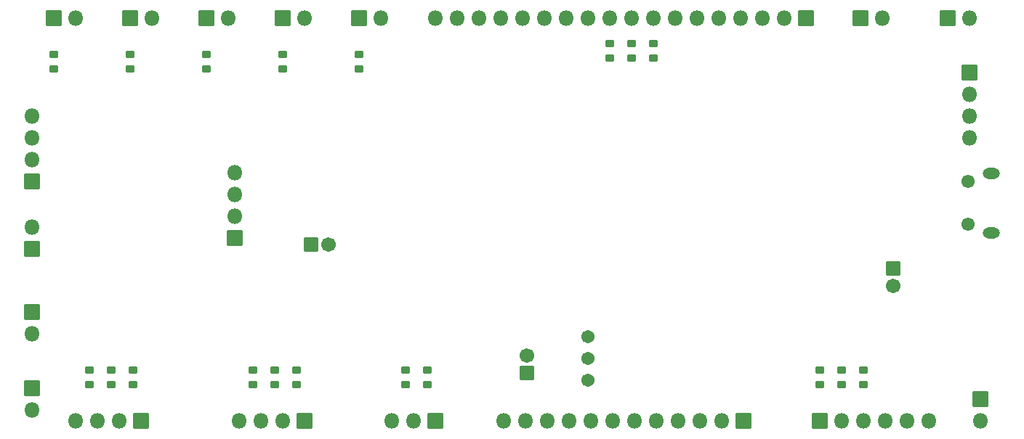
<source format=gbr>
%TF.GenerationSoftware,KiCad,Pcbnew,(6.0.2)*%
%TF.CreationDate,2022-03-23T19:52:24-07:00*%
%TF.ProjectId,main,6d61696e-2e6b-4696-9361-645f70636258,rev?*%
%TF.SameCoordinates,Original*%
%TF.FileFunction,Soldermask,Bot*%
%TF.FilePolarity,Negative*%
%FSLAX46Y46*%
G04 Gerber Fmt 4.6, Leading zero omitted, Abs format (unit mm)*
G04 Created by KiCad (PCBNEW (6.0.2)) date 2022-03-23 19:52:24*
%MOMM*%
%LPD*%
G01*
G04 APERTURE LIST*
G04 Aperture macros list*
%AMRoundRect*
0 Rectangle with rounded corners*
0 $1 Rounding radius*
0 $2 $3 $4 $5 $6 $7 $8 $9 X,Y pos of 4 corners*
0 Add a 4 corners polygon primitive as box body*
4,1,4,$2,$3,$4,$5,$6,$7,$8,$9,$2,$3,0*
0 Add four circle primitives for the rounded corners*
1,1,$1+$1,$2,$3*
1,1,$1+$1,$4,$5*
1,1,$1+$1,$6,$7*
1,1,$1+$1,$8,$9*
0 Add four rect primitives between the rounded corners*
20,1,$1+$1,$2,$3,$4,$5,0*
20,1,$1+$1,$4,$5,$6,$7,0*
20,1,$1+$1,$6,$7,$8,$9,0*
20,1,$1+$1,$8,$9,$2,$3,0*%
G04 Aperture macros list end*
%ADD10RoundRect,0.050800X-0.850000X-0.850000X0.850000X-0.850000X0.850000X0.850000X-0.850000X0.850000X0*%
%ADD11O,1.801600X1.801600*%
%ADD12RoundRect,0.050800X0.850000X-0.850000X0.850000X0.850000X-0.850000X0.850000X-0.850000X-0.850000X0*%
%ADD13RoundRect,0.050800X-0.850000X0.850000X-0.850000X-0.850000X0.850000X-0.850000X0.850000X0.850000X0*%
%ADD14RoundRect,0.050800X0.800000X-0.800000X0.800000X0.800000X-0.800000X0.800000X-0.800000X-0.800000X0*%
%ADD15C,1.701600*%
%ADD16RoundRect,0.050800X0.850000X0.850000X-0.850000X0.850000X-0.850000X-0.850000X0.850000X-0.850000X0*%
%ADD17RoundRect,0.050800X-0.800000X-0.800000X0.800000X-0.800000X0.800000X0.800000X-0.800000X0.800000X0*%
%ADD18RoundRect,0.050800X-0.800000X0.800000X-0.800000X-0.800000X0.800000X-0.800000X0.800000X0.800000X0*%
%ADD19C,1.551600*%
%ADD20O,2.001600X1.301600*%
%ADD21C,1.541600*%
%ADD22RoundRect,0.250800X-0.275000X0.200000X-0.275000X-0.200000X0.275000X-0.200000X0.275000X0.200000X0*%
G04 APERTURE END LIST*
D10*
%TO.C,J19*%
X104140000Y-144780000D03*
D11*
X104140000Y-147320000D03*
%TD*%
D12*
%TO.C,J8*%
X195912500Y-148590000D03*
D11*
X198452500Y-148590000D03*
X200992500Y-148590000D03*
X203532500Y-148590000D03*
X206072500Y-148590000D03*
X208612500Y-148590000D03*
%TD*%
D12*
%TO.C,J18*%
X124460000Y-101600000D03*
D11*
X127000000Y-101600000D03*
%TD*%
D13*
%TO.C,J5*%
X135880000Y-148590000D03*
D11*
X133340000Y-148590000D03*
X130800000Y-148590000D03*
X128260000Y-148590000D03*
%TD*%
D13*
%TO.C,J4*%
X116830000Y-148590000D03*
D11*
X114290000Y-148590000D03*
X111750000Y-148590000D03*
X109210000Y-148590000D03*
%TD*%
D14*
%TO.C,C1*%
X161749500Y-142970000D03*
D15*
X161749500Y-140970000D03*
%TD*%
D10*
%TO.C,J21*%
X214630000Y-146050000D03*
D11*
X214630000Y-148590000D03*
%TD*%
D16*
%TO.C,J11*%
X104140000Y-128524000D03*
D11*
X104140000Y-125984000D03*
%TD*%
D16*
%TO.C,J3*%
X127762000Y-127244000D03*
D11*
X127762000Y-124704000D03*
X127762000Y-122164000D03*
X127762000Y-119624000D03*
%TD*%
D12*
%TO.C,J14*%
X106680000Y-101600000D03*
D11*
X109220000Y-101600000D03*
%TD*%
D12*
%TO.C,J17*%
X133350000Y-101600000D03*
D11*
X135890000Y-101600000D03*
%TD*%
D13*
%TO.C,J6*%
X151115000Y-148590000D03*
D11*
X148575000Y-148590000D03*
X146035000Y-148590000D03*
%TD*%
D12*
%TO.C,J12*%
X200660000Y-101600000D03*
D11*
X203200000Y-101600000D03*
%TD*%
D17*
%TO.C,C9*%
X136652000Y-128016000D03*
D15*
X138652000Y-128016000D03*
%TD*%
D18*
%TO.C,C6*%
X204470000Y-130810000D03*
D15*
X204470000Y-132810000D03*
%TD*%
D13*
%TO.C,J9*%
X194310000Y-101600000D03*
D11*
X191770000Y-101600000D03*
X189230000Y-101600000D03*
X186690000Y-101600000D03*
X184150000Y-101600000D03*
X181610000Y-101600000D03*
X179070000Y-101600000D03*
X176530000Y-101600000D03*
X173990000Y-101600000D03*
X171450000Y-101600000D03*
X168910000Y-101600000D03*
X166370000Y-101600000D03*
X163830000Y-101600000D03*
X161290000Y-101600000D03*
X158750000Y-101600000D03*
X156210000Y-101600000D03*
X153670000Y-101600000D03*
X151130000Y-101600000D03*
%TD*%
D10*
%TO.C,J7*%
X213360000Y-107960000D03*
D11*
X213360000Y-110500000D03*
X213360000Y-113040000D03*
X213360000Y-115580000D03*
%TD*%
D19*
%TO.C,J1*%
X213167500Y-120690000D03*
D20*
X215867500Y-126690000D03*
X215867500Y-119690000D03*
D19*
X213167500Y-125690000D03*
%TD*%
D10*
%TO.C,J10*%
X104140000Y-135890000D03*
D11*
X104140000Y-138430000D03*
%TD*%
D12*
%TO.C,J15*%
X115570000Y-101600000D03*
D11*
X118110000Y-101600000D03*
%TD*%
D12*
%TO.C,J20*%
X210820000Y-101600000D03*
D11*
X213360000Y-101600000D03*
%TD*%
D21*
%TO.C,RV1*%
X168861500Y-138811000D03*
X168861500Y-141351000D03*
X168861500Y-143891000D03*
%TD*%
D13*
%TO.C,J2*%
X187027500Y-148590000D03*
D11*
X184487500Y-148590000D03*
X181947500Y-148590000D03*
X179407500Y-148590000D03*
X176867500Y-148590000D03*
X174327500Y-148590000D03*
X171787500Y-148590000D03*
X169247500Y-148590000D03*
X166707500Y-148590000D03*
X164167500Y-148590000D03*
X161627500Y-148590000D03*
X159087500Y-148590000D03*
%TD*%
D16*
%TO.C,J13*%
X104140000Y-120650000D03*
D11*
X104140000Y-118110000D03*
X104140000Y-115570000D03*
X104140000Y-113030000D03*
%TD*%
D12*
%TO.C,J16*%
X142240000Y-101600000D03*
D11*
X144780000Y-101600000D03*
%TD*%
D22*
%TO.C,R7*%
X147652500Y-142685000D03*
X147652500Y-144335000D03*
%TD*%
%TO.C,R9*%
X113362500Y-142685000D03*
X113362500Y-144335000D03*
%TD*%
%TO.C,R36*%
X176530000Y-104585000D03*
X176530000Y-106235000D03*
%TD*%
%TO.C,R28*%
X195912500Y-142685000D03*
X195912500Y-144335000D03*
%TD*%
%TO.C,R46*%
X124460000Y-105855000D03*
X124460000Y-107505000D03*
%TD*%
%TO.C,R30*%
X198452500Y-142685000D03*
X198452500Y-144335000D03*
%TD*%
%TO.C,R44*%
X171450000Y-104585000D03*
X171450000Y-106235000D03*
%TD*%
%TO.C,R48*%
X106680000Y-105855000D03*
X106680000Y-107505000D03*
%TD*%
%TO.C,R11*%
X115902500Y-142685000D03*
X115902500Y-144335000D03*
%TD*%
%TO.C,R13*%
X150192500Y-142685000D03*
X150192500Y-144335000D03*
%TD*%
%TO.C,R45*%
X142240000Y-105855000D03*
X142240000Y-107505000D03*
%TD*%
%TO.C,R27*%
X200992500Y-142685000D03*
X200992500Y-144335000D03*
%TD*%
%TO.C,R12*%
X129872500Y-142685000D03*
X129872500Y-144335000D03*
%TD*%
%TO.C,R47*%
X115570000Y-105855000D03*
X115570000Y-107505000D03*
%TD*%
%TO.C,R8*%
X110822500Y-142685000D03*
X110822500Y-144335000D03*
%TD*%
%TO.C,R42*%
X173990000Y-104585000D03*
X173990000Y-106235000D03*
%TD*%
%TO.C,R43*%
X133350000Y-105855000D03*
X133350000Y-107505000D03*
%TD*%
%TO.C,R14*%
X132412500Y-142685000D03*
X132412500Y-144335000D03*
%TD*%
%TO.C,R10*%
X134952500Y-142685000D03*
X134952500Y-144335000D03*
%TD*%
M02*

</source>
